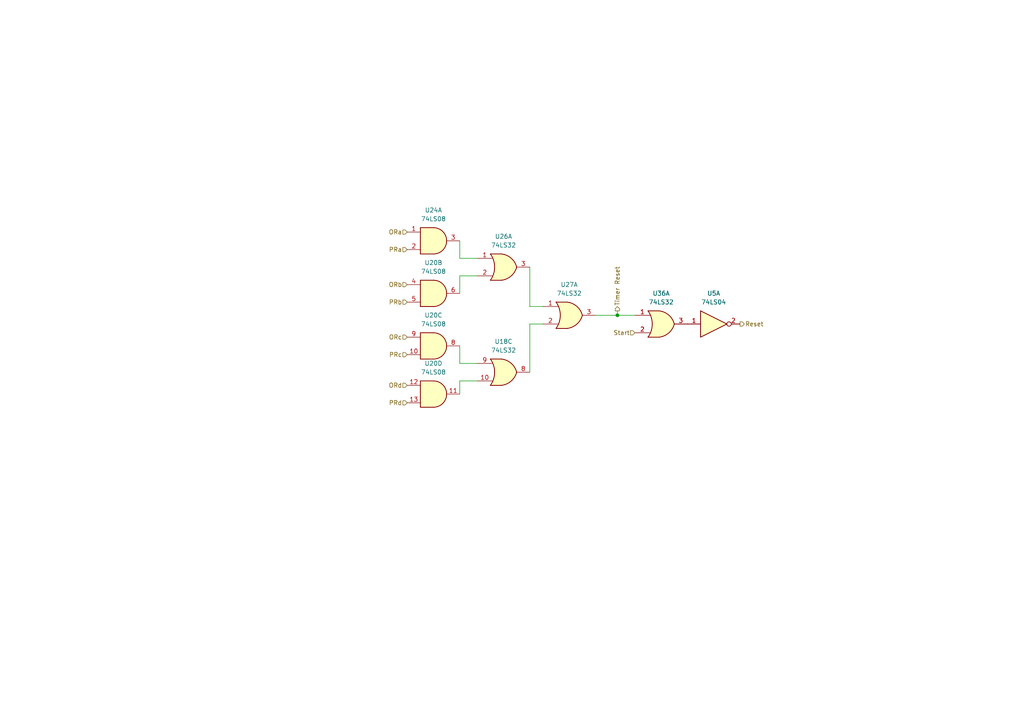
<source format=kicad_sch>
(kicad_sch
	(version 20250114)
	(generator "eeschema")
	(generator_version "9.0")
	(uuid "be20c314-115c-4a77-bfbd-396ea6389192")
	(paper "A4")
	(lib_symbols
		(symbol "74xx:74LS04"
			(exclude_from_sim no)
			(in_bom yes)
			(on_board yes)
			(property "Reference" "U"
				(at 0 1.27 0)
				(effects
					(font
						(size 1.27 1.27)
					)
				)
			)
			(property "Value" "74LS04"
				(at 0 -1.27 0)
				(effects
					(font
						(size 1.27 1.27)
					)
				)
			)
			(property "Footprint" ""
				(at 0 0 0)
				(effects
					(font
						(size 1.27 1.27)
					)
					(hide yes)
				)
			)
			(property "Datasheet" "http://www.ti.com/lit/gpn/sn74LS04"
				(at 0 0 0)
				(effects
					(font
						(size 1.27 1.27)
					)
					(hide yes)
				)
			)
			(property "Description" "Hex Inverter"
				(at 0 0 0)
				(effects
					(font
						(size 1.27 1.27)
					)
					(hide yes)
				)
			)
			(property "ki_locked" ""
				(at 0 0 0)
				(effects
					(font
						(size 1.27 1.27)
					)
				)
			)
			(property "ki_keywords" "TTL not inv"
				(at 0 0 0)
				(effects
					(font
						(size 1.27 1.27)
					)
					(hide yes)
				)
			)
			(property "ki_fp_filters" "DIP*W7.62mm* SSOP?14* TSSOP?14*"
				(at 0 0 0)
				(effects
					(font
						(size 1.27 1.27)
					)
					(hide yes)
				)
			)
			(symbol "74LS04_1_0"
				(polyline
					(pts
						(xy -3.81 3.81) (xy -3.81 -3.81) (xy 3.81 0) (xy -3.81 3.81)
					)
					(stroke
						(width 0.254)
						(type default)
					)
					(fill
						(type background)
					)
				)
				(pin input line
					(at -7.62 0 0)
					(length 3.81)
					(name "~"
						(effects
							(font
								(size 1.27 1.27)
							)
						)
					)
					(number "1"
						(effects
							(font
								(size 1.27 1.27)
							)
						)
					)
				)
				(pin output inverted
					(at 7.62 0 180)
					(length 3.81)
					(name "~"
						(effects
							(font
								(size 1.27 1.27)
							)
						)
					)
					(number "2"
						(effects
							(font
								(size 1.27 1.27)
							)
						)
					)
				)
			)
			(symbol "74LS04_2_0"
				(polyline
					(pts
						(xy -3.81 3.81) (xy -3.81 -3.81) (xy 3.81 0) (xy -3.81 3.81)
					)
					(stroke
						(width 0.254)
						(type default)
					)
					(fill
						(type background)
					)
				)
				(pin input line
					(at -7.62 0 0)
					(length 3.81)
					(name "~"
						(effects
							(font
								(size 1.27 1.27)
							)
						)
					)
					(number "3"
						(effects
							(font
								(size 1.27 1.27)
							)
						)
					)
				)
				(pin output inverted
					(at 7.62 0 180)
					(length 3.81)
					(name "~"
						(effects
							(font
								(size 1.27 1.27)
							)
						)
					)
					(number "4"
						(effects
							(font
								(size 1.27 1.27)
							)
						)
					)
				)
			)
			(symbol "74LS04_3_0"
				(polyline
					(pts
						(xy -3.81 3.81) (xy -3.81 -3.81) (xy 3.81 0) (xy -3.81 3.81)
					)
					(stroke
						(width 0.254)
						(type default)
					)
					(fill
						(type background)
					)
				)
				(pin input line
					(at -7.62 0 0)
					(length 3.81)
					(name "~"
						(effects
							(font
								(size 1.27 1.27)
							)
						)
					)
					(number "5"
						(effects
							(font
								(size 1.27 1.27)
							)
						)
					)
				)
				(pin output inverted
					(at 7.62 0 180)
					(length 3.81)
					(name "~"
						(effects
							(font
								(size 1.27 1.27)
							)
						)
					)
					(number "6"
						(effects
							(font
								(size 1.27 1.27)
							)
						)
					)
				)
			)
			(symbol "74LS04_4_0"
				(polyline
					(pts
						(xy -3.81 3.81) (xy -3.81 -3.81) (xy 3.81 0) (xy -3.81 3.81)
					)
					(stroke
						(width 0.254)
						(type default)
					)
					(fill
						(type background)
					)
				)
				(pin input line
					(at -7.62 0 0)
					(length 3.81)
					(name "~"
						(effects
							(font
								(size 1.27 1.27)
							)
						)
					)
					(number "9"
						(effects
							(font
								(size 1.27 1.27)
							)
						)
					)
				)
				(pin output inverted
					(at 7.62 0 180)
					(length 3.81)
					(name "~"
						(effects
							(font
								(size 1.27 1.27)
							)
						)
					)
					(number "8"
						(effects
							(font
								(size 1.27 1.27)
							)
						)
					)
				)
			)
			(symbol "74LS04_5_0"
				(polyline
					(pts
						(xy -3.81 3.81) (xy -3.81 -3.81) (xy 3.81 0) (xy -3.81 3.81)
					)
					(stroke
						(width 0.254)
						(type default)
					)
					(fill
						(type background)
					)
				)
				(pin input line
					(at -7.62 0 0)
					(length 3.81)
					(name "~"
						(effects
							(font
								(size 1.27 1.27)
							)
						)
					)
					(number "11"
						(effects
							(font
								(size 1.27 1.27)
							)
						)
					)
				)
				(pin output inverted
					(at 7.62 0 180)
					(length 3.81)
					(name "~"
						(effects
							(font
								(size 1.27 1.27)
							)
						)
					)
					(number "10"
						(effects
							(font
								(size 1.27 1.27)
							)
						)
					)
				)
			)
			(symbol "74LS04_6_0"
				(polyline
					(pts
						(xy -3.81 3.81) (xy -3.81 -3.81) (xy 3.81 0) (xy -3.81 3.81)
					)
					(stroke
						(width 0.254)
						(type default)
					)
					(fill
						(type background)
					)
				)
				(pin input line
					(at -7.62 0 0)
					(length 3.81)
					(name "~"
						(effects
							(font
								(size 1.27 1.27)
							)
						)
					)
					(number "13"
						(effects
							(font
								(size 1.27 1.27)
							)
						)
					)
				)
				(pin output inverted
					(at 7.62 0 180)
					(length 3.81)
					(name "~"
						(effects
							(font
								(size 1.27 1.27)
							)
						)
					)
					(number "12"
						(effects
							(font
								(size 1.27 1.27)
							)
						)
					)
				)
			)
			(symbol "74LS04_7_0"
				(pin power_in line
					(at 0 12.7 270)
					(length 5.08)
					(name "VCC"
						(effects
							(font
								(size 1.27 1.27)
							)
						)
					)
					(number "14"
						(effects
							(font
								(size 1.27 1.27)
							)
						)
					)
				)
				(pin power_in line
					(at 0 -12.7 90)
					(length 5.08)
					(name "GND"
						(effects
							(font
								(size 1.27 1.27)
							)
						)
					)
					(number "7"
						(effects
							(font
								(size 1.27 1.27)
							)
						)
					)
				)
			)
			(symbol "74LS04_7_1"
				(rectangle
					(start -5.08 7.62)
					(end 5.08 -7.62)
					(stroke
						(width 0.254)
						(type default)
					)
					(fill
						(type background)
					)
				)
			)
			(embedded_fonts no)
		)
		(symbol "74xx:74LS08"
			(pin_names
				(offset 1.016)
			)
			(exclude_from_sim no)
			(in_bom yes)
			(on_board yes)
			(property "Reference" "U"
				(at 0 1.27 0)
				(effects
					(font
						(size 1.27 1.27)
					)
				)
			)
			(property "Value" "74LS08"
				(at 0 -1.27 0)
				(effects
					(font
						(size 1.27 1.27)
					)
				)
			)
			(property "Footprint" ""
				(at 0 0 0)
				(effects
					(font
						(size 1.27 1.27)
					)
					(hide yes)
				)
			)
			(property "Datasheet" "http://www.ti.com/lit/gpn/sn74LS08"
				(at 0 0 0)
				(effects
					(font
						(size 1.27 1.27)
					)
					(hide yes)
				)
			)
			(property "Description" "Quad And2"
				(at 0 0 0)
				(effects
					(font
						(size 1.27 1.27)
					)
					(hide yes)
				)
			)
			(property "ki_locked" ""
				(at 0 0 0)
				(effects
					(font
						(size 1.27 1.27)
					)
				)
			)
			(property "ki_keywords" "TTL and2"
				(at 0 0 0)
				(effects
					(font
						(size 1.27 1.27)
					)
					(hide yes)
				)
			)
			(property "ki_fp_filters" "DIP*W7.62mm*"
				(at 0 0 0)
				(effects
					(font
						(size 1.27 1.27)
					)
					(hide yes)
				)
			)
			(symbol "74LS08_1_1"
				(arc
					(start 0 3.81)
					(mid 3.7934 0)
					(end 0 -3.81)
					(stroke
						(width 0.254)
						(type default)
					)
					(fill
						(type background)
					)
				)
				(polyline
					(pts
						(xy 0 3.81) (xy -3.81 3.81) (xy -3.81 -3.81) (xy 0 -3.81)
					)
					(stroke
						(width 0.254)
						(type default)
					)
					(fill
						(type background)
					)
				)
				(pin input line
					(at -7.62 2.54 0)
					(length 3.81)
					(name "~"
						(effects
							(font
								(size 1.27 1.27)
							)
						)
					)
					(number "1"
						(effects
							(font
								(size 1.27 1.27)
							)
						)
					)
				)
				(pin input line
					(at -7.62 -2.54 0)
					(length 3.81)
					(name "~"
						(effects
							(font
								(size 1.27 1.27)
							)
						)
					)
					(number "2"
						(effects
							(font
								(size 1.27 1.27)
							)
						)
					)
				)
				(pin output line
					(at 7.62 0 180)
					(length 3.81)
					(name "~"
						(effects
							(font
								(size 1.27 1.27)
							)
						)
					)
					(number "3"
						(effects
							(font
								(size 1.27 1.27)
							)
						)
					)
				)
			)
			(symbol "74LS08_1_2"
				(arc
					(start -3.81 3.81)
					(mid -2.589 0)
					(end -3.81 -3.81)
					(stroke
						(width 0.254)
						(type default)
					)
					(fill
						(type none)
					)
				)
				(polyline
					(pts
						(xy -3.81 3.81) (xy -0.635 3.81)
					)
					(stroke
						(width 0.254)
						(type default)
					)
					(fill
						(type background)
					)
				)
				(polyline
					(pts
						(xy -3.81 -3.81) (xy -0.635 -3.81)
					)
					(stroke
						(width 0.254)
						(type default)
					)
					(fill
						(type background)
					)
				)
				(arc
					(start 3.81 0)
					(mid 2.1855 -2.584)
					(end -0.6096 -3.81)
					(stroke
						(width 0.254)
						(type default)
					)
					(fill
						(type background)
					)
				)
				(arc
					(start -0.6096 3.81)
					(mid 2.1928 2.5924)
					(end 3.81 0)
					(stroke
						(width 0.254)
						(type default)
					)
					(fill
						(type background)
					)
				)
				(polyline
					(pts
						(xy -0.635 3.81) (xy -3.81 3.81) (xy -3.81 3.81) (xy -3.556 3.4036) (xy -3.0226 2.2606) (xy -2.6924 1.0414)
						(xy -2.6162 -0.254) (xy -2.7686 -1.4986) (xy -3.175 -2.7178) (xy -3.81 -3.81) (xy -3.81 -3.81)
						(xy -0.635 -3.81)
					)
					(stroke
						(width -25.4)
						(type default)
					)
					(fill
						(type background)
					)
				)
				(pin input inverted
					(at -7.62 2.54 0)
					(length 4.318)
					(name "~"
						(effects
							(font
								(size 1.27 1.27)
							)
						)
					)
					(number "1"
						(effects
							(font
								(size 1.27 1.27)
							)
						)
					)
				)
				(pin input inverted
					(at -7.62 -2.54 0)
					(length 4.318)
					(name "~"
						(effects
							(font
								(size 1.27 1.27)
							)
						)
					)
					(number "2"
						(effects
							(font
								(size 1.27 1.27)
							)
						)
					)
				)
				(pin output inverted
					(at 7.62 0 180)
					(length 3.81)
					(name "~"
						(effects
							(font
								(size 1.27 1.27)
							)
						)
					)
					(number "3"
						(effects
							(font
								(size 1.27 1.27)
							)
						)
					)
				)
			)
			(symbol "74LS08_2_1"
				(arc
					(start 0 3.81)
					(mid 3.7934 0)
					(end 0 -3.81)
					(stroke
						(width 0.254)
						(type default)
					)
					(fill
						(type background)
					)
				)
				(polyline
					(pts
						(xy 0 3.81) (xy -3.81 3.81) (xy -3.81 -3.81) (xy 0 -3.81)
					)
					(stroke
						(width 0.254)
						(type default)
					)
					(fill
						(type background)
					)
				)
				(pin input line
					(at -7.62 2.54 0)
					(length 3.81)
					(name "~"
						(effects
							(font
								(size 1.27 1.27)
							)
						)
					)
					(number "4"
						(effects
							(font
								(size 1.27 1.27)
							)
						)
					)
				)
				(pin input line
					(at -7.62 -2.54 0)
					(length 3.81)
					(name "~"
						(effects
							(font
								(size 1.27 1.27)
							)
						)
					)
					(number "5"
						(effects
							(font
								(size 1.27 1.27)
							)
						)
					)
				)
				(pin output line
					(at 7.62 0 180)
					(length 3.81)
					(name "~"
						(effects
							(font
								(size 1.27 1.27)
							)
						)
					)
					(number "6"
						(effects
							(font
								(size 1.27 1.27)
							)
						)
					)
				)
			)
			(symbol "74LS08_2_2"
				(arc
					(start -3.81 3.81)
					(mid -2.589 0)
					(end -3.81 -3.81)
					(stroke
						(width 0.254)
						(type default)
					)
					(fill
						(type none)
					)
				)
				(polyline
					(pts
						(xy -3.81 3.81) (xy -0.635 3.81)
					)
					(stroke
						(width 0.254)
						(type default)
					)
					(fill
						(type background)
					)
				)
				(polyline
					(pts
						(xy -3.81 -3.81) (xy -0.635 -3.81)
					)
					(stroke
						(width 0.254)
						(type default)
					)
					(fill
						(type background)
					)
				)
				(arc
					(start 3.81 0)
					(mid 2.1855 -2.584)
					(end -0.6096 -3.81)
					(stroke
						(width 0.254)
						(type default)
					)
					(fill
						(type background)
					)
				)
				(arc
					(start -0.6096 3.81)
					(mid 2.1928 2.5924)
					(end 3.81 0)
					(stroke
						(width 0.254)
						(type default)
					)
					(fill
						(type background)
					)
				)
				(polyline
					(pts
						(xy -0.635 3.81) (xy -3.81 3.81) (xy -3.81 3.81) (xy -3.556 3.4036) (xy -3.0226 2.2606) (xy -2.6924 1.0414)
						(xy -2.6162 -0.254) (xy -2.7686 -1.4986) (xy -3.175 -2.7178) (xy -3.81 -3.81) (xy -3.81 -3.81)
						(xy -0.635 -3.81)
					)
					(stroke
						(width -25.4)
						(type default)
					)
					(fill
						(type background)
					)
				)
				(pin input inverted
					(at -7.62 2.54 0)
					(length 4.318)
					(name "~"
						(effects
							(font
								(size 1.27 1.27)
							)
						)
					)
					(number "4"
						(effects
							(font
								(size 1.27 1.27)
							)
						)
					)
				)
				(pin input inverted
					(at -7.62 -2.54 0)
					(length 4.318)
					(name "~"
						(effects
							(font
								(size 1.27 1.27)
							)
						)
					)
					(number "5"
						(effects
							(font
								(size 1.27 1.27)
							)
						)
					)
				)
				(pin output inverted
					(at 7.62 0 180)
					(length 3.81)
					(name "~"
						(effects
							(font
								(size 1.27 1.27)
							)
						)
					)
					(number "6"
						(effects
							(font
								(size 1.27 1.27)
							)
						)
					)
				)
			)
			(symbol "74LS08_3_1"
				(arc
					(start 0 3.81)
					(mid 3.7934 0)
					(end 0 -3.81)
					(stroke
						(width 0.254)
						(type default)
					)
					(fill
						(type background)
					)
				)
				(polyline
					(pts
						(xy 0 3.81) (xy -3.81 3.81) (xy -3.81 -3.81) (xy 0 -3.81)
					)
					(stroke
						(width 0.254)
						(type default)
					)
					(fill
						(type background)
					)
				)
				(pin input line
					(at -7.62 2.54 0)
					(length 3.81)
					(name "~"
						(effects
							(font
								(size 1.27 1.27)
							)
						)
					)
					(number "9"
						(effects
							(font
								(size 1.27 1.27)
							)
						)
					)
				)
				(pin input line
					(at -7.62 -2.54 0)
					(length 3.81)
					(name "~"
						(effects
							(font
								(size 1.27 1.27)
							)
						)
					)
					(number "10"
						(effects
							(font
								(size 1.27 1.27)
							)
						)
					)
				)
				(pin output line
					(at 7.62 0 180)
					(length 3.81)
					(name "~"
						(effects
							(font
								(size 1.27 1.27)
							)
						)
					)
					(number "8"
						(effects
							(font
								(size 1.27 1.27)
							)
						)
					)
				)
			)
			(symbol "74LS08_3_2"
				(arc
					(start -3.81 3.81)
					(mid -2.589 0)
					(end -3.81 -3.81)
					(stroke
						(width 0.254)
						(type default)
					)
					(fill
						(type none)
					)
				)
				(polyline
					(pts
						(xy -3.81 3.81) (xy -0.635 3.81)
					)
					(stroke
						(width 0.254)
						(type default)
					)
					(fill
						(type background)
					)
				)
				(polyline
					(pts
						(xy -3.81 -3.81) (xy -0.635 -3.81)
					)
					(stroke
						(width 0.254)
						(type default)
					)
					(fill
						(type background)
					)
				)
				(arc
					(start 3.81 0)
					(mid 2.1855 -2.584)
					(end -0.6096 -3.81)
					(stroke
						(width 0.254)
						(type default)
					)
					(fill
						(type background)
					)
				)
				(arc
					(start -0.6096 3.81)
					(mid 2.1928 2.5924)
					(end 3.81 0)
					(stroke
						(width 0.254)
						(type default)
					)
					(fill
						(type background)
					)
				)
				(polyline
					(pts
						(xy -0.635 3.81) (xy -3.81 3.81) (xy -3.81 3.81) (xy -3.556 3.4036) (xy -3.0226 2.2606) (xy -2.6924 1.0414)
						(xy -2.6162 -0.254) (xy -2.7686 -1.4986) (xy -3.175 -2.7178) (xy -3.81 -3.81) (xy -3.81 -3.81)
						(xy -0.635 -3.81)
					)
					(stroke
						(width -25.4)
						(type default)
					)
					(fill
						(type background)
					)
				)
				(pin input inverted
					(at -7.62 2.54 0)
					(length 4.318)
					(name "~"
						(effects
							(font
								(size 1.27 1.27)
							)
						)
					)
					(number "9"
						(effects
							(font
								(size 1.27 1.27)
							)
						)
					)
				)
				(pin input inverted
					(at -7.62 -2.54 0)
					(length 4.318)
					(name "~"
						(effects
							(font
								(size 1.27 1.27)
							)
						)
					)
					(number "10"
						(effects
							(font
								(size 1.27 1.27)
							)
						)
					)
				)
				(pin output inverted
					(at 7.62 0 180)
					(length 3.81)
					(name "~"
						(effects
							(font
								(size 1.27 1.27)
							)
						)
					)
					(number "8"
						(effects
							(font
								(size 1.27 1.27)
							)
						)
					)
				)
			)
			(symbol "74LS08_4_1"
				(arc
					(start 0 3.81)
					(mid 3.7934 0)
					(end 0 -3.81)
					(stroke
						(width 0.254)
						(type default)
					)
					(fill
						(type background)
					)
				)
				(polyline
					(pts
						(xy 0 3.81) (xy -3.81 3.81) (xy -3.81 -3.81) (xy 0 -3.81)
					)
					(stroke
						(width 0.254)
						(type default)
					)
					(fill
						(type background)
					)
				)
				(pin input line
					(at -7.62 2.54 0)
					(length 3.81)
					(name "~"
						(effects
							(font
								(size 1.27 1.27)
							)
						)
					)
					(number "12"
						(effects
							(font
								(size 1.27 1.27)
							)
						)
					)
				)
				(pin input line
					(at -7.62 -2.54 0)
					(length 3.81)
					(name "~"
						(effects
							(font
								(size 1.27 1.27)
							)
						)
					)
					(number "13"
						(effects
							(font
								(size 1.27 1.27)
							)
						)
					)
				)
				(pin output line
					(at 7.62 0 180)
					(length 3.81)
					(name "~"
						(effects
							(font
								(size 1.27 1.27)
							)
						)
					)
					(number "11"
						(effects
							(font
								(size 1.27 1.27)
							)
						)
					)
				)
			)
			(symbol "74LS08_4_2"
				(arc
					(start -3.81 3.81)
					(mid -2.589 0)
					(end -3.81 -3.81)
					(stroke
						(width 0.254)
						(type default)
					)
					(fill
						(type none)
					)
				)
				(polyline
					(pts
						(xy -3.81 3.81) (xy -0.635 3.81)
					)
					(stroke
						(width 0.254)
						(type default)
					)
					(fill
						(type background)
					)
				)
				(polyline
					(pts
						(xy -3.81 -3.81) (xy -0.635 -3.81)
					)
					(stroke
						(width 0.254)
						(type default)
					)
					(fill
						(type background)
					)
				)
				(arc
					(start 3.81 0)
					(mid 2.1855 -2.584)
					(end -0.6096 -3.81)
					(stroke
						(width 0.254)
						(type default)
					)
					(fill
						(type background)
					)
				)
				(arc
					(start -0.6096 3.81)
					(mid 2.1928 2.5924)
					(end 3.81 0)
					(stroke
						(width 0.254)
						(type default)
					)
					(fill
						(type background)
					)
				)
				(polyline
					(pts
						(xy -0.635 3.81) (xy -3.81 3.81) (xy -3.81 3.81) (xy -3.556 3.4036) (xy -3.0226 2.2606) (xy -2.6924 1.0414)
						(xy -2.6162 -0.254) (xy -2.7686 -1.4986) (xy -3.175 -2.7178) (xy -3.81 -3.81) (xy -3.81 -3.81)
						(xy -0.635 -3.81)
					)
					(stroke
						(width -25.4)
						(type default)
					)
					(fill
						(type background)
					)
				)
				(pin input inverted
					(at -7.62 2.54 0)
					(length 4.318)
					(name "~"
						(effects
							(font
								(size 1.27 1.27)
							)
						)
					)
					(number "12"
						(effects
							(font
								(size 1.27 1.27)
							)
						)
					)
				)
				(pin input inverted
					(at -7.62 -2.54 0)
					(length 4.318)
					(name "~"
						(effects
							(font
								(size 1.27 1.27)
							)
						)
					)
					(number "13"
						(effects
							(font
								(size 1.27 1.27)
							)
						)
					)
				)
				(pin output inverted
					(at 7.62 0 180)
					(length 3.81)
					(name "~"
						(effects
							(font
								(size 1.27 1.27)
							)
						)
					)
					(number "11"
						(effects
							(font
								(size 1.27 1.27)
							)
						)
					)
				)
			)
			(symbol "74LS08_5_0"
				(pin power_in line
					(at 0 12.7 270)
					(length 5.08)
					(name "VCC"
						(effects
							(font
								(size 1.27 1.27)
							)
						)
					)
					(number "14"
						(effects
							(font
								(size 1.27 1.27)
							)
						)
					)
				)
				(pin power_in line
					(at 0 -12.7 90)
					(length 5.08)
					(name "GND"
						(effects
							(font
								(size 1.27 1.27)
							)
						)
					)
					(number "7"
						(effects
							(font
								(size 1.27 1.27)
							)
						)
					)
				)
			)
			(symbol "74LS08_5_1"
				(rectangle
					(start -5.08 7.62)
					(end 5.08 -7.62)
					(stroke
						(width 0.254)
						(type default)
					)
					(fill
						(type background)
					)
				)
			)
			(embedded_fonts no)
		)
		(symbol "74xx:74LS32"
			(pin_names
				(offset 1.016)
			)
			(exclude_from_sim no)
			(in_bom yes)
			(on_board yes)
			(property "Reference" "U"
				(at 0 1.27 0)
				(effects
					(font
						(size 1.27 1.27)
					)
				)
			)
			(property "Value" "74LS32"
				(at 0 -1.27 0)
				(effects
					(font
						(size 1.27 1.27)
					)
				)
			)
			(property "Footprint" ""
				(at 0 0 0)
				(effects
					(font
						(size 1.27 1.27)
					)
					(hide yes)
				)
			)
			(property "Datasheet" "http://www.ti.com/lit/gpn/sn74LS32"
				(at 0 0 0)
				(effects
					(font
						(size 1.27 1.27)
					)
					(hide yes)
				)
			)
			(property "Description" "Quad 2-input OR"
				(at 0 0 0)
				(effects
					(font
						(size 1.27 1.27)
					)
					(hide yes)
				)
			)
			(property "ki_locked" ""
				(at 0 0 0)
				(effects
					(font
						(size 1.27 1.27)
					)
				)
			)
			(property "ki_keywords" "TTL Or2"
				(at 0 0 0)
				(effects
					(font
						(size 1.27 1.27)
					)
					(hide yes)
				)
			)
			(property "ki_fp_filters" "DIP?14*"
				(at 0 0 0)
				(effects
					(font
						(size 1.27 1.27)
					)
					(hide yes)
				)
			)
			(symbol "74LS32_1_1"
				(arc
					(start -3.81 3.81)
					(mid -2.589 0)
					(end -3.81 -3.81)
					(stroke
						(width 0.254)
						(type default)
					)
					(fill
						(type none)
					)
				)
				(polyline
					(pts
						(xy -3.81 3.81) (xy -0.635 3.81)
					)
					(stroke
						(width 0.254)
						(type default)
					)
					(fill
						(type background)
					)
				)
				(polyline
					(pts
						(xy -3.81 -3.81) (xy -0.635 -3.81)
					)
					(stroke
						(width 0.254)
						(type default)
					)
					(fill
						(type background)
					)
				)
				(arc
					(start 3.81 0)
					(mid 2.1855 -2.584)
					(end -0.6096 -3.81)
					(stroke
						(width 0.254)
						(type default)
					)
					(fill
						(type background)
					)
				)
				(arc
					(start -0.6096 3.81)
					(mid 2.1928 2.5924)
					(end 3.81 0)
					(stroke
						(width 0.254)
						(type default)
					)
					(fill
						(type background)
					)
				)
				(polyline
					(pts
						(xy -0.635 3.81) (xy -3.81 3.81) (xy -3.81 3.81) (xy -3.556 3.4036) (xy -3.0226 2.2606) (xy -2.6924 1.0414)
						(xy -2.6162 -0.254) (xy -2.7686 -1.4986) (xy -3.175 -2.7178) (xy -3.81 -3.81) (xy -3.81 -3.81)
						(xy -0.635 -3.81)
					)
					(stroke
						(width -25.4)
						(type default)
					)
					(fill
						(type background)
					)
				)
				(pin input line
					(at -7.62 2.54 0)
					(length 4.318)
					(name "~"
						(effects
							(font
								(size 1.27 1.27)
							)
						)
					)
					(number "1"
						(effects
							(font
								(size 1.27 1.27)
							)
						)
					)
				)
				(pin input line
					(at -7.62 -2.54 0)
					(length 4.318)
					(name "~"
						(effects
							(font
								(size 1.27 1.27)
							)
						)
					)
					(number "2"
						(effects
							(font
								(size 1.27 1.27)
							)
						)
					)
				)
				(pin output line
					(at 7.62 0 180)
					(length 3.81)
					(name "~"
						(effects
							(font
								(size 1.27 1.27)
							)
						)
					)
					(number "3"
						(effects
							(font
								(size 1.27 1.27)
							)
						)
					)
				)
			)
			(symbol "74LS32_1_2"
				(arc
					(start 0 3.81)
					(mid 3.7934 0)
					(end 0 -3.81)
					(stroke
						(width 0.254)
						(type default)
					)
					(fill
						(type background)
					)
				)
				(polyline
					(pts
						(xy 0 3.81) (xy -3.81 3.81) (xy -3.81 -3.81) (xy 0 -3.81)
					)
					(stroke
						(width 0.254)
						(type default)
					)
					(fill
						(type background)
					)
				)
				(pin input inverted
					(at -7.62 2.54 0)
					(length 3.81)
					(name "~"
						(effects
							(font
								(size 1.27 1.27)
							)
						)
					)
					(number "1"
						(effects
							(font
								(size 1.27 1.27)
							)
						)
					)
				)
				(pin input inverted
					(at -7.62 -2.54 0)
					(length 3.81)
					(name "~"
						(effects
							(font
								(size 1.27 1.27)
							)
						)
					)
					(number "2"
						(effects
							(font
								(size 1.27 1.27)
							)
						)
					)
				)
				(pin output inverted
					(at 7.62 0 180)
					(length 3.81)
					(name "~"
						(effects
							(font
								(size 1.27 1.27)
							)
						)
					)
					(number "3"
						(effects
							(font
								(size 1.27 1.27)
							)
						)
					)
				)
			)
			(symbol "74LS32_2_1"
				(arc
					(start -3.81 3.81)
					(mid -2.589 0)
					(end -3.81 -3.81)
					(stroke
						(width 0.254)
						(type default)
					)
					(fill
						(type none)
					)
				)
				(polyline
					(pts
						(xy -3.81 3.81) (xy -0.635 3.81)
					)
					(stroke
						(width 0.254)
						(type default)
					)
					(fill
						(type background)
					)
				)
				(polyline
					(pts
						(xy -3.81 -3.81) (xy -0.635 -3.81)
					)
					(stroke
						(width 0.254)
						(type default)
					)
					(fill
						(type background)
					)
				)
				(arc
					(start 3.81 0)
					(mid 2.1855 -2.584)
					(end -0.6096 -3.81)
					(stroke
						(width 0.254)
						(type default)
					)
					(fill
						(type background)
					)
				)
				(arc
					(start -0.6096 3.81)
					(mid 2.1928 2.5924)
					(end 3.81 0)
					(stroke
						(width 0.254)
						(type default)
					)
					(fill
						(type background)
					)
				)
				(polyline
					(pts
						(xy -0.635 3.81) (xy -3.81 3.81) (xy -3.81 3.81) (xy -3.556 3.4036) (xy -3.0226 2.2606) (xy -2.6924 1.0414)
						(xy -2.6162 -0.254) (xy -2.7686 -1.4986) (xy -3.175 -2.7178) (xy -3.81 -3.81) (xy -3.81 -3.81)
						(xy -0.635 -3.81)
					)
					(stroke
						(width -25.4)
						(type default)
					)
					(fill
						(type background)
					)
				)
				(pin input line
					(at -7.62 2.54 0)
					(length 4.318)
					(name "~"
						(effects
							(font
								(size 1.27 1.27)
							)
						)
					)
					(number "4"
						(effects
							(font
								(size 1.27 1.27)
							)
						)
					)
				)
				(pin input line
					(at -7.62 -2.54 0)
					(length 4.318)
					(name "~"
						(effects
							(font
								(size 1.27 1.27)
							)
						)
					)
					(number "5"
						(effects
							(font
								(size 1.27 1.27)
							)
						)
					)
				)
				(pin output line
					(at 7.62 0 180)
					(length 3.81)
					(name "~"
						(effects
							(font
								(size 1.27 1.27)
							)
						)
					)
					(number "6"
						(effects
							(font
								(size 1.27 1.27)
							)
						)
					)
				)
			)
			(symbol "74LS32_2_2"
				(arc
					(start 0 3.81)
					(mid 3.7934 0)
					(end 0 -3.81)
					(stroke
						(width 0.254)
						(type default)
					)
					(fill
						(type background)
					)
				)
				(polyline
					(pts
						(xy 0 3.81) (xy -3.81 3.81) (xy -3.81 -3.81) (xy 0 -3.81)
					)
					(stroke
						(width 0.254)
						(type default)
					)
					(fill
						(type background)
					)
				)
				(pin input inverted
					(at -7.62 2.54 0)
					(length 3.81)
					(name "~"
						(effects
							(font
								(size 1.27 1.27)
							)
						)
					)
					(number "4"
						(effects
							(font
								(size 1.27 1.27)
							)
						)
					)
				)
				(pin input inverted
					(at -7.62 -2.54 0)
					(length 3.81)
					(name "~"
						(effects
							(font
								(size 1.27 1.27)
							)
						)
					)
					(number "5"
						(effects
							(font
								(size 1.27 1.27)
							)
						)
					)
				)
				(pin output inverted
					(at 7.62 0 180)
					(length 3.81)
					(name "~"
						(effects
							(font
								(size 1.27 1.27)
							)
						)
					)
					(number "6"
						(effects
							(font
								(size 1.27 1.27)
							)
						)
					)
				)
			)
			(symbol "74LS32_3_1"
				(arc
					(start -3.81 3.81)
					(mid -2.589 0)
					(end -3.81 -3.81)
					(stroke
						(width 0.254)
						(type default)
					)
					(fill
						(type none)
					)
				)
				(polyline
					(pts
						(xy -3.81 3.81) (xy -0.635 3.81)
					)
					(stroke
						(width 0.254)
						(type default)
					)
					(fill
						(type background)
					)
				)
				(polyline
					(pts
						(xy -3.81 -3.81) (xy -0.635 -3.81)
					)
					(stroke
						(width 0.254)
						(type default)
					)
					(fill
						(type background)
					)
				)
				(arc
					(start 3.81 0)
					(mid 2.1855 -2.584)
					(end -0.6096 -3.81)
					(stroke
						(width 0.254)
						(type default)
					)
					(fill
						(type background)
					)
				)
				(arc
					(start -0.6096 3.81)
					(mid 2.1928 2.5924)
					(end 3.81 0)
					(stroke
						(width 0.254)
						(type default)
					)
					(fill
						(type background)
					)
				)
				(polyline
					(pts
						(xy -0.635 3.81) (xy -3.81 3.81) (xy -3.81 3.81) (xy -3.556 3.4036) (xy -3.0226 2.2606) (xy -2.6924 1.0414)
						(xy -2.6162 -0.254) (xy -2.7686 -1.4986) (xy -3.175 -2.7178) (xy -3.81 -3.81) (xy -3.81 -3.81)
						(xy -0.635 -3.81)
					)
					(stroke
						(width -25.4)
						(type default)
					)
					(fill
						(type background)
					)
				)
				(pin input line
					(at -7.62 2.54 0)
					(length 4.318)
					(name "~"
						(effects
							(font
								(size 1.27 1.27)
							)
						)
					)
					(number "9"
						(effects
							(font
								(size 1.27 1.27)
							)
						)
					)
				)
				(pin input line
					(at -7.62 -2.54 0)
					(length 4.318)
					(name "~"
						(effects
							(font
								(size 1.27 1.27)
							)
						)
					)
					(number "10"
						(effects
							(font
								(size 1.27 1.27)
							)
						)
					)
				)
				(pin output line
					(at 7.62 0 180)
					(length 3.81)
					(name "~"
						(effects
							(font
								(size 1.27 1.27)
							)
						)
					)
					(number "8"
						(effects
							(font
								(size 1.27 1.27)
							)
						)
					)
				)
			)
			(symbol "74LS32_3_2"
				(arc
					(start 0 3.81)
					(mid 3.7934 0)
					(end 0 -3.81)
					(stroke
						(width 0.254)
						(type default)
					)
					(fill
						(type background)
					)
				)
				(polyline
					(pts
						(xy 0 3.81) (xy -3.81 3.81) (xy -3.81 -3.81) (xy 0 -3.81)
					)
					(stroke
						(width 0.254)
						(type default)
					)
					(fill
						(type background)
					)
				)
				(pin input inverted
					(at -7.62 2.54 0)
					(length 3.81)
					(name "~"
						(effects
							(font
								(size 1.27 1.27)
							)
						)
					)
					(number "9"
						(effects
							(font
								(size 1.27 1.27)
							)
						)
					)
				)
				(pin input inverted
					(at -7.62 -2.54 0)
					(length 3.81)
					(name "~"
						(effects
							(font
								(size 1.27 1.27)
							)
						)
					)
					(number "10"
						(effects
							(font
								(size 1.27 1.27)
							)
						)
					)
				)
				(pin output inverted
					(at 7.62 0 180)
					(length 3.81)
					(name "~"
						(effects
							(font
								(size 1.27 1.27)
							)
						)
					)
					(number "8"
						(effects
							(font
								(size 1.27 1.27)
							)
						)
					)
				)
			)
			(symbol "74LS32_4_1"
				(arc
					(start -3.81 3.81)
					(mid -2.589 0)
					(end -3.81 -3.81)
					(stroke
						(width 0.254)
						(type default)
					)
					(fill
						(type none)
					)
				)
				(polyline
					(pts
						(xy -3.81 3.81) (xy -0.635 3.81)
					)
					(stroke
						(width 0.254)
						(type default)
					)
					(fill
						(type background)
					)
				)
				(polyline
					(pts
						(xy -3.81 -3.81) (xy -0.635 -3.81)
					)
					(stroke
						(width 0.254)
						(type default)
					)
					(fill
						(type background)
					)
				)
				(arc
					(start 3.81 0)
					(mid 2.1855 -2.584)
					(end -0.6096 -3.81)
					(stroke
						(width 0.254)
						(type default)
					)
					(fill
						(type background)
					)
				)
				(arc
					(start -0.6096 3.81)
					(mid 2.1928 2.5924)
					(end 3.81 0)
					(stroke
						(width 0.254)
						(type default)
					)
					(fill
						(type background)
					)
				)
				(polyline
					(pts
						(xy -0.635 3.81) (xy -3.81 3.81) (xy -3.81 3.81) (xy -3.556 3.4036) (xy -3.0226 2.2606) (xy -2.6924 1.0414)
						(xy -2.6162 -0.254) (xy -2.7686 -1.4986) (xy -3.175 -2.7178) (xy -3.81 -3.81) (xy -3.81 -3.81)
						(xy -0.635 -3.81)
					)
					(stroke
						(width -25.4)
						(type default)
					)
					(fill
						(type background)
					)
				)
				(pin input line
					(at -7.62 2.54 0)
					(length 4.318)
					(name "~"
						(effects
							(font
								(size 1.27 1.27)
							)
						)
					)
					(number "12"
						(effects
							(font
								(size 1.27 1.27)
							)
						)
					)
				)
				(pin input line
					(at -7.62 -2.54 0)
					(length 4.318)
					(name "~"
						(effects
							(font
								(size 1.27 1.27)
							)
						)
					)
					(number "13"
						(effects
							(font
								(size 1.27 1.27)
							)
						)
					)
				)
				(pin output line
					(at 7.62 0 180)
					(length 3.81)
					(name "~"
						(effects
							(font
								(size 1.27 1.27)
							)
						)
					)
					(number "11"
						(effects
							(font
								(size 1.27 1.27)
							)
						)
					)
				)
			)
			(symbol "74LS32_4_2"
				(arc
					(start 0 3.81)
					(mid 3.7934 0)
					(end 0 -3.81)
					(stroke
						(width 0.254)
						(type default)
					)
					(fill
						(type background)
					)
				)
				(polyline
					(pts
						(xy 0 3.81) (xy -3.81 3.81) (xy -3.81 -3.81) (xy 0 -3.81)
					)
					(stroke
						(width 0.254)
						(type default)
					)
					(fill
						(type background)
					)
				)
				(pin input inverted
					(at -7.62 2.54 0)
					(length 3.81)
					(name "~"
						(effects
							(font
								(size 1.27 1.27)
							)
						)
					)
					(number "12"
						(effects
							(font
								(size 1.27 1.27)
							)
						)
					)
				)
				(pin input inverted
					(at -7.62 -2.54 0)
					(length 3.81)
					(name "~"
						(effects
							(font
								(size 1.27 1.27)
							)
						)
					)
					(number "13"
						(effects
							(font
								(size 1.27 1.27)
							)
						)
					)
				)
				(pin output inverted
					(at 7.62 0 180)
					(length 3.81)
					(name "~"
						(effects
							(font
								(size 1.27 1.27)
							)
						)
					)
					(number "11"
						(effects
							(font
								(size 1.27 1.27)
							)
						)
					)
				)
			)
			(symbol "74LS32_5_0"
				(pin power_in line
					(at 0 12.7 270)
					(length 5.08)
					(name "VCC"
						(effects
							(font
								(size 1.27 1.27)
							)
						)
					)
					(number "14"
						(effects
							(font
								(size 1.27 1.27)
							)
						)
					)
				)
				(pin power_in line
					(at 0 -12.7 90)
					(length 5.08)
					(name "GND"
						(effects
							(font
								(size 1.27 1.27)
							)
						)
					)
					(number "7"
						(effects
							(font
								(size 1.27 1.27)
							)
						)
					)
				)
			)
			(symbol "74LS32_5_1"
				(rectangle
					(start -5.08 7.62)
					(end 5.08 -7.62)
					(stroke
						(width 0.254)
						(type default)
					)
					(fill
						(type background)
					)
				)
			)
			(embedded_fonts no)
		)
	)
	(junction
		(at 179.07 91.44)
		(diameter 0)
		(color 0 0 0 0)
		(uuid "27520824-b4cc-4c5b-8ec9-ea27c03d98e9")
	)
	(wire
		(pts
			(xy 133.35 69.85) (xy 133.35 74.93)
		)
		(stroke
			(width 0)
			(type default)
		)
		(uuid "094620be-ab84-4508-a4a2-dad335dbc203")
	)
	(wire
		(pts
			(xy 179.07 91.44) (xy 184.15 91.44)
		)
		(stroke
			(width 0)
			(type default)
		)
		(uuid "10a69cf3-e9d7-43ef-92f8-540c11a5f346")
	)
	(wire
		(pts
			(xy 153.67 93.98) (xy 157.48 93.98)
		)
		(stroke
			(width 0)
			(type default)
		)
		(uuid "5561b425-2801-402d-b2ca-24f177d14344")
	)
	(wire
		(pts
			(xy 153.67 88.9) (xy 157.48 88.9)
		)
		(stroke
			(width 0)
			(type default)
		)
		(uuid "5fe1c458-2abb-41d1-a35d-eb9bcd9b6b12")
	)
	(wire
		(pts
			(xy 133.35 100.33) (xy 133.35 105.41)
		)
		(stroke
			(width 0)
			(type default)
		)
		(uuid "652ec403-8c60-48d6-8d9f-d435bf88c357")
	)
	(wire
		(pts
			(xy 133.35 80.01) (xy 138.43 80.01)
		)
		(stroke
			(width 0)
			(type default)
		)
		(uuid "699b5b59-a988-45fe-9b08-bbefb367d7e5")
	)
	(wire
		(pts
			(xy 172.72 91.44) (xy 179.07 91.44)
		)
		(stroke
			(width 0)
			(type default)
		)
		(uuid "81e68d55-8401-443c-a831-d06c015d9caf")
	)
	(wire
		(pts
			(xy 133.35 110.49) (xy 138.43 110.49)
		)
		(stroke
			(width 0)
			(type default)
		)
		(uuid "8b4cd9bc-1422-4744-b2f4-0189593635d9")
	)
	(wire
		(pts
			(xy 133.35 114.3) (xy 133.35 110.49)
		)
		(stroke
			(width 0)
			(type default)
		)
		(uuid "a2d3ceb0-d7fb-4303-b1e9-f2166c95e0f0")
	)
	(wire
		(pts
			(xy 153.67 77.47) (xy 153.67 88.9)
		)
		(stroke
			(width 0)
			(type default)
		)
		(uuid "bd6ab11f-4863-48b5-961b-9d88ab20bcb0")
	)
	(wire
		(pts
			(xy 133.35 105.41) (xy 138.43 105.41)
		)
		(stroke
			(width 0)
			(type default)
		)
		(uuid "c280ec86-e4ec-4c4c-8a3b-a55357f50c2e")
	)
	(wire
		(pts
			(xy 153.67 107.95) (xy 153.67 93.98)
		)
		(stroke
			(width 0)
			(type default)
		)
		(uuid "d1cc14ee-9fdc-48c6-89ce-ee1519781073")
	)
	(wire
		(pts
			(xy 133.35 74.93) (xy 138.43 74.93)
		)
		(stroke
			(width 0)
			(type default)
		)
		(uuid "da251982-ffac-41b4-8b9f-949e94fd7135")
	)
	(wire
		(pts
			(xy 133.35 85.09) (xy 133.35 80.01)
		)
		(stroke
			(width 0)
			(type default)
		)
		(uuid "e884db35-1d0b-47fd-a4f0-d1aef71dc192")
	)
	(wire
		(pts
			(xy 179.07 90.17) (xy 179.07 91.44)
		)
		(stroke
			(width 0)
			(type default)
		)
		(uuid "f2ec1ffe-bd1a-498f-a7da-07b8d67c3339")
	)
	(hierarchical_label "ORc"
		(shape input)
		(at 118.11 97.79 180)
		(effects
			(font
				(size 1.27 1.27)
			)
			(justify right)
		)
		(uuid "2079655d-c523-45e3-9de9-8b83fc70e54a")
	)
	(hierarchical_label "Start"
		(shape input)
		(at 184.15 96.52 180)
		(effects
			(font
				(size 1.27 1.27)
			)
			(justify right)
		)
		(uuid "2cb88bf2-81c3-447d-ae4b-de3d334b66ba")
	)
	(hierarchical_label "ORd"
		(shape input)
		(at 118.11 111.76 180)
		(effects
			(font
				(size 1.27 1.27)
			)
			(justify right)
		)
		(uuid "431cee3b-e349-4223-9a1c-0f95f867c5fd")
	)
	(hierarchical_label "Reset"
		(shape output)
		(at 214.63 93.98 0)
		(effects
			(font
				(size 1.27 1.27)
			)
			(justify left)
		)
		(uuid "5c3f9d45-e7a9-4fad-9c96-509850b7d0a7")
	)
	(hierarchical_label "PRb"
		(shape input)
		(at 118.11 87.63 180)
		(effects
			(font
				(size 1.27 1.27)
			)
			(justify right)
		)
		(uuid "5d7c7d89-ba91-4d53-bd65-44cf7628d0d6")
	)
	(hierarchical_label "ORb"
		(shape input)
		(at 118.11 82.55 180)
		(effects
			(font
				(size 1.27 1.27)
			)
			(justify right)
		)
		(uuid "68e45bef-2567-47d9-8c44-8fb1096aa544")
	)
	(hierarchical_label "PRa"
		(shape input)
		(at 118.11 72.39 180)
		(effects
			(font
				(size 1.27 1.27)
			)
			(justify right)
		)
		(uuid "6d13f500-2757-49fb-b4a7-1f0cde9e3986")
	)
	(hierarchical_label "Timer Reset"
		(shape output)
		(at 179.07 90.17 90)
		(effects
			(font
				(size 1.27 1.27)
			)
			(justify left)
		)
		(uuid "7d5c8935-36c0-4473-b58e-c5e101aadb2d")
	)
	(hierarchical_label "PRc"
		(shape input)
		(at 118.11 102.87 180)
		(effects
			(font
				(size 1.27 1.27)
			)
			(justify right)
		)
		(uuid "a0a0a3cd-f96f-4942-b322-fbc52a8cc4d5")
	)
	(hierarchical_label "PRd"
		(shape input)
		(at 118.11 116.84 180)
		(effects
			(font
				(size 1.27 1.27)
			)
			(justify right)
		)
		(uuid "b2b128cd-4d1c-4af8-b9be-2d29a0087f29")
	)
	(hierarchical_label "ORa"
		(shape input)
		(at 118.11 67.31 180)
		(effects
			(font
				(size 1.27 1.27)
			)
			(justify right)
		)
		(uuid "d507204b-50d1-487f-88ad-d7b80beaee3d")
	)
	(symbol
		(lib_id "74xx:74LS08")
		(at 125.73 114.3 0)
		(unit 4)
		(exclude_from_sim no)
		(in_bom yes)
		(on_board yes)
		(dnp no)
		(fields_autoplaced yes)
		(uuid "4256cdd8-a891-42d4-9938-9504d6e10a8f")
		(property "Reference" "U20"
			(at 125.7217 105.41 0)
			(effects
				(font
					(size 1.27 1.27)
				)
			)
		)
		(property "Value" "74LS08"
			(at 125.7217 107.95 0)
			(effects
				(font
					(size 1.27 1.27)
				)
			)
		)
		(property "Footprint" ""
			(at 125.73 114.3 0)
			(effects
				(font
					(size 1.27 1.27)
				)
				(hide yes)
			)
		)
		(property "Datasheet" "http://www.ti.com/lit/gpn/sn74LS08"
			(at 125.73 114.3 0)
			(effects
				(font
					(size 1.27 1.27)
				)
				(hide yes)
			)
		)
		(property "Description" "Quad And2"
			(at 125.73 114.3 0)
			(effects
				(font
					(size 1.27 1.27)
				)
				(hide yes)
			)
		)
		(pin "2"
			(uuid "235be2ab-3070-47f2-af97-2a17e18047b7")
		)
		(pin "1"
			(uuid "610ffef0-eee5-4f0e-acd6-f998c144c13f")
		)
		(pin "3"
			(uuid "e0e5aca6-a2bd-44e1-b06d-b361ab273d5e")
		)
		(pin "9"
			(uuid "5e2c56a1-a5cb-425b-a6d6-da8becfc67f7")
		)
		(pin "4"
			(uuid "08bbecc6-d62f-488b-a825-398dece94287")
		)
		(pin "5"
			(uuid "1a9454ff-a91a-40eb-bbc8-84e47fc52baf")
		)
		(pin "12"
			(uuid "fb2d2b64-1cdd-4240-9684-cfe54997e910")
		)
		(pin "13"
			(uuid "31ee0af6-0c58-45bc-8339-6c45471bd22f")
		)
		(pin "11"
			(uuid "f2cfbc11-d2fc-4896-89be-9666f668e83f")
		)
		(pin "6"
			(uuid "1074ff0e-87be-446e-84b1-29eee8d0a8b6")
		)
		(pin "10"
			(uuid "61e0e043-b3a8-470a-ad14-b2964b40a292")
		)
		(pin "14"
			(uuid "ec258a12-7047-4a32-af05-abe2523b2e91")
		)
		(pin "7"
			(uuid "d8b64f88-f0cd-4f46-acad-d22f11c11cfe")
		)
		(pin "8"
			(uuid "7e05c0e5-7926-472b-a8bd-5c34f570cef2")
		)
		(instances
			(project ""
				(path "/e8ee49b0-6c92-4580-8670-f3d8867d6cec/8b0bc613-b5a3-42d2-a31b-b22c95010d27"
					(reference "U20")
					(unit 4)
				)
			)
		)
	)
	(symbol
		(lib_id "74xx:74LS08")
		(at 125.73 85.09 0)
		(unit 2)
		(exclude_from_sim no)
		(in_bom yes)
		(on_board yes)
		(dnp no)
		(fields_autoplaced yes)
		(uuid "4b7734bb-c8bd-4f22-9ff1-ba6b015b1437")
		(property "Reference" "U20"
			(at 125.7217 76.2 0)
			(effects
				(font
					(size 1.27 1.27)
				)
			)
		)
		(property "Value" "74LS08"
			(at 125.7217 78.74 0)
			(effects
				(font
					(size 1.27 1.27)
				)
			)
		)
		(property "Footprint" ""
			(at 125.73 85.09 0)
			(effects
				(font
					(size 1.27 1.27)
				)
				(hide yes)
			)
		)
		(property "Datasheet" "http://www.ti.com/lit/gpn/sn74LS08"
			(at 125.73 85.09 0)
			(effects
				(font
					(size 1.27 1.27)
				)
				(hide yes)
			)
		)
		(property "Description" "Quad And2"
			(at 125.73 85.09 0)
			(effects
				(font
					(size 1.27 1.27)
				)
				(hide yes)
			)
		)
		(pin "2"
			(uuid "235be2ab-3070-47f2-af97-2a17e18047b8")
		)
		(pin "1"
			(uuid "610ffef0-eee5-4f0e-acd6-f998c144c140")
		)
		(pin "3"
			(uuid "e0e5aca6-a2bd-44e1-b06d-b361ab273d5f")
		)
		(pin "9"
			(uuid "5e2c56a1-a5cb-425b-a6d6-da8becfc67f8")
		)
		(pin "4"
			(uuid "08bbecc6-d62f-488b-a825-398dece94288")
		)
		(pin "5"
			(uuid "1a9454ff-a91a-40eb-bbc8-84e47fc52bb0")
		)
		(pin "12"
			(uuid "fb2d2b64-1cdd-4240-9684-cfe54997e911")
		)
		(pin "13"
			(uuid "31ee0af6-0c58-45bc-8339-6c45471bd230")
		)
		(pin "11"
			(uuid "f2cfbc11-d2fc-4896-89be-9666f668e840")
		)
		(pin "6"
			(uuid "1074ff0e-87be-446e-84b1-29eee8d0a8b7")
		)
		(pin "10"
			(uuid "61e0e043-b3a8-470a-ad14-b2964b40a293")
		)
		(pin "14"
			(uuid "ec258a12-7047-4a32-af05-abe2523b2e92")
		)
		(pin "7"
			(uuid "d8b64f88-f0cd-4f46-acad-d22f11c11cff")
		)
		(pin "8"
			(uuid "7e05c0e5-7926-472b-a8bd-5c34f570cef3")
		)
		(instances
			(project ""
				(path "/e8ee49b0-6c92-4580-8670-f3d8867d6cec/8b0bc613-b5a3-42d2-a31b-b22c95010d27"
					(reference "U20")
					(unit 2)
				)
			)
		)
	)
	(symbol
		(lib_id "74xx:74LS04")
		(at 207.01 93.98 0)
		(unit 1)
		(exclude_from_sim no)
		(in_bom yes)
		(on_board yes)
		(dnp no)
		(fields_autoplaced yes)
		(uuid "62be9a7f-8f71-42f1-9d46-9568bd86318b")
		(property "Reference" "U5"
			(at 207.01 85.09 0)
			(effects
				(font
					(size 1.27 1.27)
				)
			)
		)
		(property "Value" "74LS04"
			(at 207.01 87.63 0)
			(effects
				(font
					(size 1.27 1.27)
				)
			)
		)
		(property "Footprint" ""
			(at 207.01 93.98 0)
			(effects
				(font
					(size 1.27 1.27)
				)
				(hide yes)
			)
		)
		(property "Datasheet" "http://www.ti.com/lit/gpn/sn74LS04"
			(at 207.01 93.98 0)
			(effects
				(font
					(size 1.27 1.27)
				)
				(hide yes)
			)
		)
		(property "Description" "Hex Inverter"
			(at 207.01 93.98 0)
			(effects
				(font
					(size 1.27 1.27)
				)
				(hide yes)
			)
		)
		(pin "9"
			(uuid "ac69268c-6ff2-44f8-a880-23f90dd43e5d")
		)
		(pin "11"
			(uuid "e40c2da7-f8e9-40ce-a4ba-90eab6cf041a")
		)
		(pin "8"
			(uuid "ba1918e7-e229-4ef9-9c34-42c0d778abee")
		)
		(pin "2"
			(uuid "28294b63-4281-4288-9bb9-6d696e4e3df7")
		)
		(pin "1"
			(uuid "709b8785-546c-4b4d-b543-6fa8fd10b82c")
		)
		(pin "3"
			(uuid "739aa15c-fa2a-4c80-b58d-d3da3951a6b5")
		)
		(pin "4"
			(uuid "a26ba466-9f3f-4a27-a464-75f8ca7303ec")
		)
		(pin "5"
			(uuid "79e292b1-f624-4bd9-b9ff-95880bd1daf0")
		)
		(pin "6"
			(uuid "fab7f32e-6fd8-475d-a337-244d37adfc3d")
		)
		(pin "14"
			(uuid "0f50a3a6-89ba-4480-8894-b6591b80d804")
		)
		(pin "7"
			(uuid "338840bf-0eb4-4764-9dc8-be3f73b5da35")
		)
		(pin "13"
			(uuid "6566f4c7-e033-4805-b688-7fcce107809e")
		)
		(pin "10"
			(uuid "123a444c-e030-4e07-9267-57d1b1e3ca5b")
		)
		(pin "12"
			(uuid "55233a25-89d7-4e61-accb-ee6b4c17dc12")
		)
		(instances
			(project ""
				(path "/e8ee49b0-6c92-4580-8670-f3d8867d6cec/8b0bc613-b5a3-42d2-a31b-b22c95010d27"
					(reference "U5")
					(unit 1)
				)
			)
		)
	)
	(symbol
		(lib_id "74xx:74LS08")
		(at 125.73 100.33 0)
		(unit 3)
		(exclude_from_sim no)
		(in_bom yes)
		(on_board yes)
		(dnp no)
		(fields_autoplaced yes)
		(uuid "9d766633-4430-4ddb-bc60-c1ee355df26d")
		(property "Reference" "U20"
			(at 125.7217 91.44 0)
			(effects
				(font
					(size 1.27 1.27)
				)
			)
		)
		(property "Value" "74LS08"
			(at 125.7217 93.98 0)
			(effects
				(font
					(size 1.27 1.27)
				)
			)
		)
		(property "Footprint" ""
			(at 125.73 100.33 0)
			(effects
				(font
					(size 1.27 1.27)
				)
				(hide yes)
			)
		)
		(property "Datasheet" "http://www.ti.com/lit/gpn/sn74LS08"
			(at 125.73 100.33 0)
			(effects
				(font
					(size 1.27 1.27)
				)
				(hide yes)
			)
		)
		(property "Description" "Quad And2"
			(at 125.73 100.33 0)
			(effects
				(font
					(size 1.27 1.27)
				)
				(hide yes)
			)
		)
		(pin "2"
			(uuid "235be2ab-3070-47f2-af97-2a17e18047b9")
		)
		(pin "1"
			(uuid "610ffef0-eee5-4f0e-acd6-f998c144c141")
		)
		(pin "3"
			(uuid "e0e5aca6-a2bd-44e1-b06d-b361ab273d60")
		)
		(pin "9"
			(uuid "5e2c56a1-a5cb-425b-a6d6-da8becfc67f9")
		)
		(pin "4"
			(uuid "08bbecc6-d62f-488b-a825-398dece94289")
		)
		(pin "5"
			(uuid "1a9454ff-a91a-40eb-bbc8-84e47fc52bb1")
		)
		(pin "12"
			(uuid "fb2d2b64-1cdd-4240-9684-cfe54997e912")
		)
		(pin "13"
			(uuid "31ee0af6-0c58-45bc-8339-6c45471bd231")
		)
		(pin "11"
			(uuid "f2cfbc11-d2fc-4896-89be-9666f668e841")
		)
		(pin "6"
			(uuid "1074ff0e-87be-446e-84b1-29eee8d0a8b8")
		)
		(pin "10"
			(uuid "61e0e043-b3a8-470a-ad14-b2964b40a294")
		)
		(pin "14"
			(uuid "ec258a12-7047-4a32-af05-abe2523b2e93")
		)
		(pin "7"
			(uuid "d8b64f88-f0cd-4f46-acad-d22f11c11d00")
		)
		(pin "8"
			(uuid "7e05c0e5-7926-472b-a8bd-5c34f570cef4")
		)
		(instances
			(project ""
				(path "/e8ee49b0-6c92-4580-8670-f3d8867d6cec/8b0bc613-b5a3-42d2-a31b-b22c95010d27"
					(reference "U20")
					(unit 3)
				)
			)
		)
	)
	(symbol
		(lib_id "74xx:74LS32")
		(at 146.05 107.95 0)
		(unit 3)
		(exclude_from_sim no)
		(in_bom yes)
		(on_board yes)
		(dnp no)
		(fields_autoplaced yes)
		(uuid "a62ecf2c-5c07-40bc-9fc6-cf4dbcf2eacb")
		(property "Reference" "U18"
			(at 146.05 99.06 0)
			(effects
				(font
					(size 1.27 1.27)
				)
			)
		)
		(property "Value" "74LS32"
			(at 146.05 101.6 0)
			(effects
				(font
					(size 1.27 1.27)
				)
			)
		)
		(property "Footprint" ""
			(at 146.05 107.95 0)
			(effects
				(font
					(size 1.27 1.27)
				)
				(hide yes)
			)
		)
		(property "Datasheet" "http://www.ti.com/lit/gpn/sn74LS32"
			(at 146.05 107.95 0)
			(effects
				(font
					(size 1.27 1.27)
				)
				(hide yes)
			)
		)
		(property "Description" "Quad 2-input OR"
			(at 146.05 107.95 0)
			(effects
				(font
					(size 1.27 1.27)
				)
				(hide yes)
			)
		)
		(pin "8"
			(uuid "bcff29b9-4a17-4200-b125-1711fccc9835")
		)
		(pin "6"
			(uuid "447d1f4d-7f32-4cf0-88a8-f0ff68671901")
		)
		(pin "3"
			(uuid "8ef14dcf-dc9d-4a33-926a-fed89117563e")
		)
		(pin "2"
			(uuid "6b4521cb-33fd-4f8d-b192-93fa2a92a15e")
		)
		(pin "1"
			(uuid "9337912e-941e-4537-8ffe-2d42f1c0259a")
		)
		(pin "4"
			(uuid "bbf4a637-d28a-443f-982c-52fbdcccea94")
		)
		(pin "5"
			(uuid "280e571c-12d3-49a2-bcf6-382950aa2ed5")
		)
		(pin "9"
			(uuid "714c5cd4-fefd-4056-a2d9-f664e9d7b0d1")
		)
		(pin "10"
			(uuid "653bffe5-6eb1-44fe-8124-dca40b8ec25d")
		)
		(pin "12"
			(uuid "64d3f1c8-714b-4ccc-8764-a1ecc6bd45b1")
		)
		(pin "13"
			(uuid "6be7be09-fb56-40fc-9160-7690268951f3")
		)
		(pin "14"
			(uuid "0c0a5234-a54c-410f-8b6a-2fcd144adb73")
		)
		(pin "11"
			(uuid "66355cf9-20b4-4c27-b6ad-3cf5bfe3f739")
		)
		(pin "7"
			(uuid "1cae3e26-75a8-4b34-9943-86aebcb5ddb5")
		)
		(instances
			(project ""
				(path "/e8ee49b0-6c92-4580-8670-f3d8867d6cec/8b0bc613-b5a3-42d2-a31b-b22c95010d27"
					(reference "U18")
					(unit 3)
				)
			)
		)
	)
	(symbol
		(lib_id "74xx:74LS32")
		(at 146.05 77.47 0)
		(unit 1)
		(exclude_from_sim no)
		(in_bom yes)
		(on_board yes)
		(dnp no)
		(fields_autoplaced yes)
		(uuid "bb193ffd-4890-4181-87b2-2aac88910577")
		(property "Reference" "U26"
			(at 146.05 68.58 0)
			(effects
				(font
					(size 1.27 1.27)
				)
			)
		)
		(property "Value" "74LS32"
			(at 146.05 71.12 0)
			(effects
				(font
					(size 1.27 1.27)
				)
			)
		)
		(property "Footprint" ""
			(at 146.05 77.47 0)
			(effects
				(font
					(size 1.27 1.27)
				)
				(hide yes)
			)
		)
		(property "Datasheet" "http://www.ti.com/lit/gpn/sn74LS32"
			(at 146.05 77.47 0)
			(effects
				(font
					(size 1.27 1.27)
				)
				(hide yes)
			)
		)
		(property "Description" "Quad 2-input OR"
			(at 146.05 77.47 0)
			(effects
				(font
					(size 1.27 1.27)
				)
				(hide yes)
			)
		)
		(pin "8"
			(uuid "bcff29b9-4a17-4200-b125-1711fccc9836")
		)
		(pin "6"
			(uuid "447d1f4d-7f32-4cf0-88a8-f0ff68671902")
		)
		(pin "3"
			(uuid "8ef14dcf-dc9d-4a33-926a-fed89117563f")
		)
		(pin "2"
			(uuid "6b4521cb-33fd-4f8d-b192-93fa2a92a15f")
		)
		(pin "1"
			(uuid "9337912e-941e-4537-8ffe-2d42f1c0259b")
		)
		(pin "4"
			(uuid "bbf4a637-d28a-443f-982c-52fbdcccea95")
		)
		(pin "5"
			(uuid "280e571c-12d3-49a2-bcf6-382950aa2ed6")
		)
		(pin "9"
			(uuid "714c5cd4-fefd-4056-a2d9-f664e9d7b0d2")
		)
		(pin "10"
			(uuid "653bffe5-6eb1-44fe-8124-dca40b8ec25e")
		)
		(pin "12"
			(uuid "64d3f1c8-714b-4ccc-8764-a1ecc6bd45b2")
		)
		(pin "13"
			(uuid "6be7be09-fb56-40fc-9160-7690268951f4")
		)
		(pin "14"
			(uuid "0c0a5234-a54c-410f-8b6a-2fcd144adb74")
		)
		(pin "11"
			(uuid "66355cf9-20b4-4c27-b6ad-3cf5bfe3f73a")
		)
		(pin "7"
			(uuid "1cae3e26-75a8-4b34-9943-86aebcb5ddb6")
		)
		(instances
			(project ""
				(path "/e8ee49b0-6c92-4580-8670-f3d8867d6cec/8b0bc613-b5a3-42d2-a31b-b22c95010d27"
					(reference "U26")
					(unit 1)
				)
			)
		)
	)
	(symbol
		(lib_id "74xx:74LS08")
		(at 125.73 69.85 0)
		(unit 1)
		(exclude_from_sim no)
		(in_bom yes)
		(on_board yes)
		(dnp no)
		(fields_autoplaced yes)
		(uuid "bcab56df-921f-4f47-bbae-df8cb8c79ffd")
		(property "Reference" "U24"
			(at 125.7217 60.96 0)
			(effects
				(font
					(size 1.27 1.27)
				)
			)
		)
		(property "Value" "74LS08"
			(at 125.7217 63.5 0)
			(effects
				(font
					(size 1.27 1.27)
				)
			)
		)
		(property "Footprint" ""
			(at 125.73 69.85 0)
			(effects
				(font
					(size 1.27 1.27)
				)
				(hide yes)
			)
		)
		(property "Datasheet" "http://www.ti.com/lit/gpn/sn74LS08"
			(at 125.73 69.85 0)
			(effects
				(font
					(size 1.27 1.27)
				)
				(hide yes)
			)
		)
		(property "Description" "Quad And2"
			(at 125.73 69.85 0)
			(effects
				(font
					(size 1.27 1.27)
				)
				(hide yes)
			)
		)
		(pin "2"
			(uuid "235be2ab-3070-47f2-af97-2a17e18047ba")
		)
		(pin "1"
			(uuid "610ffef0-eee5-4f0e-acd6-f998c144c142")
		)
		(pin "3"
			(uuid "e0e5aca6-a2bd-44e1-b06d-b361ab273d61")
		)
		(pin "9"
			(uuid "5e2c56a1-a5cb-425b-a6d6-da8becfc67fa")
		)
		(pin "4"
			(uuid "08bbecc6-d62f-488b-a825-398dece9428a")
		)
		(pin "5"
			(uuid "1a9454ff-a91a-40eb-bbc8-84e47fc52bb2")
		)
		(pin "12"
			(uuid "fb2d2b64-1cdd-4240-9684-cfe54997e913")
		)
		(pin "13"
			(uuid "31ee0af6-0c58-45bc-8339-6c45471bd232")
		)
		(pin "11"
			(uuid "f2cfbc11-d2fc-4896-89be-9666f668e842")
		)
		(pin "6"
			(uuid "1074ff0e-87be-446e-84b1-29eee8d0a8b9")
		)
		(pin "10"
			(uuid "61e0e043-b3a8-470a-ad14-b2964b40a295")
		)
		(pin "14"
			(uuid "ec258a12-7047-4a32-af05-abe2523b2e94")
		)
		(pin "7"
			(uuid "d8b64f88-f0cd-4f46-acad-d22f11c11d01")
		)
		(pin "8"
			(uuid "7e05c0e5-7926-472b-a8bd-5c34f570cef5")
		)
		(instances
			(project ""
				(path "/e8ee49b0-6c92-4580-8670-f3d8867d6cec/8b0bc613-b5a3-42d2-a31b-b22c95010d27"
					(reference "U24")
					(unit 1)
				)
			)
		)
	)
	(symbol
		(lib_id "74xx:74LS32")
		(at 191.77 93.98 0)
		(unit 1)
		(exclude_from_sim no)
		(in_bom yes)
		(on_board yes)
		(dnp no)
		(fields_autoplaced yes)
		(uuid "d6473c3e-a77b-4f33-808e-12b4d6416dd6")
		(property "Reference" "U36"
			(at 191.77 85.09 0)
			(effects
				(font
					(size 1.27 1.27)
				)
			)
		)
		(property "Value" "74LS32"
			(at 191.77 87.63 0)
			(effects
				(font
					(size 1.27 1.27)
				)
			)
		)
		(property "Footprint" ""
			(at 191.77 93.98 0)
			(effects
				(font
					(size 1.27 1.27)
				)
				(hide yes)
			)
		)
		(property "Datasheet" "http://www.ti.com/lit/gpn/sn74LS32"
			(at 191.77 93.98 0)
			(effects
				(font
					(size 1.27 1.27)
				)
				(hide yes)
			)
		)
		(property "Description" "Quad 2-input OR"
			(at 191.77 93.98 0)
			(effects
				(font
					(size 1.27 1.27)
				)
				(hide yes)
			)
		)
		(pin "2"
			(uuid "6462de1c-307c-4f9d-ac47-8280482645c9")
		)
		(pin "10"
			(uuid "35d71fc9-b6fb-4d9d-b23c-c3c896082cac")
		)
		(pin "3"
			(uuid "2827fab1-8948-4d90-ba0b-328ab1e5ebdb")
		)
		(pin "5"
			(uuid "37f2e013-f015-409a-a4d8-7ad548407015")
		)
		(pin "1"
			(uuid "fe509dc8-db35-4270-a506-c6b62bddfd35")
		)
		(pin "4"
			(uuid "f140b397-faa0-4141-bbb3-5bc5077b70a6")
		)
		(pin "6"
			(uuid "da2d8214-5121-457e-aa9f-f90a02b895ff")
		)
		(pin "9"
			(uuid "d71c3a20-d143-49b7-a769-26b06505ba8c")
		)
		(pin "13"
			(uuid "20ced75e-0130-4752-ac0b-400d168bd819")
		)
		(pin "7"
			(uuid "3109ea35-2057-42bc-940c-79d30294569c")
		)
		(pin "11"
			(uuid "3df71985-e2ba-407f-b13c-a3e0865964cc")
		)
		(pin "12"
			(uuid "510e292a-af29-418f-94b4-32f84859faec")
		)
		(pin "14"
			(uuid "714051e8-5658-4ed7-89d0-7fae8dacf66f")
		)
		(pin "8"
			(uuid "ba160676-12b0-42b8-b212-ddabc66837eb")
		)
		(instances
			(project "Subway Surfers"
				(path "/e8ee49b0-6c92-4580-8670-f3d8867d6cec/8b0bc613-b5a3-42d2-a31b-b22c95010d27"
					(reference "U36")
					(unit 1)
				)
			)
		)
	)
	(symbol
		(lib_id "74xx:74LS32")
		(at 165.1 91.44 0)
		(unit 1)
		(exclude_from_sim no)
		(in_bom yes)
		(on_board yes)
		(dnp no)
		(fields_autoplaced yes)
		(uuid "dfda985c-370f-4f95-9186-26f89e10ed4d")
		(property "Reference" "U27"
			(at 165.1 82.55 0)
			(effects
				(font
					(size 1.27 1.27)
				)
			)
		)
		(property "Value" "74LS32"
			(at 165.1 85.09 0)
			(effects
				(font
					(size 1.27 1.27)
				)
			)
		)
		(property "Footprint" ""
			(at 165.1 91.44 0)
			(effects
				(font
					(size 1.27 1.27)
				)
				(hide yes)
			)
		)
		(property "Datasheet" "http://www.ti.com/lit/gpn/sn74LS32"
			(at 165.1 91.44 0)
			(effects
				(font
					(size 1.27 1.27)
				)
				(hide yes)
			)
		)
		(property "Description" "Quad 2-input OR"
			(at 165.1 91.44 0)
			(effects
				(font
					(size 1.27 1.27)
				)
				(hide yes)
			)
		)
		(pin "2"
			(uuid "46a1fbdc-120c-4078-9068-3152c1339a76")
		)
		(pin "10"
			(uuid "35d71fc9-b6fb-4d9d-b23c-c3c896082cad")
		)
		(pin "3"
			(uuid "ea6f1b22-1eda-497f-8671-5c22f653c808")
		)
		(pin "5"
			(uuid "37f2e013-f015-409a-a4d8-7ad548407016")
		)
		(pin "1"
			(uuid "05d66651-7bb1-4080-a015-9026a935a07b")
		)
		(pin "4"
			(uuid "f140b397-faa0-4141-bbb3-5bc5077b70a7")
		)
		(pin "6"
			(uuid "da2d8214-5121-457e-aa9f-f90a02b89600")
		)
		(pin "9"
			(uuid "d71c3a20-d143-49b7-a769-26b06505ba8d")
		)
		(pin "13"
			(uuid "20ced75e-0130-4752-ac0b-400d168bd81a")
		)
		(pin "7"
			(uuid "3109ea35-2057-42bc-940c-79d30294569d")
		)
		(pin "11"
			(uuid "3df71985-e2ba-407f-b13c-a3e0865964cd")
		)
		(pin "12"
			(uuid "510e292a-af29-418f-94b4-32f84859faed")
		)
		(pin "14"
			(uuid "714051e8-5658-4ed7-89d0-7fae8dacf670")
		)
		(pin "8"
			(uuid "ba160676-12b0-42b8-b212-ddabc66837ec")
		)
		(instances
			(project ""
				(path "/e8ee49b0-6c92-4580-8670-f3d8867d6cec/8b0bc613-b5a3-42d2-a31b-b22c95010d27"
					(reference "U27")
					(unit 1)
				)
			)
		)
	)
)

</source>
